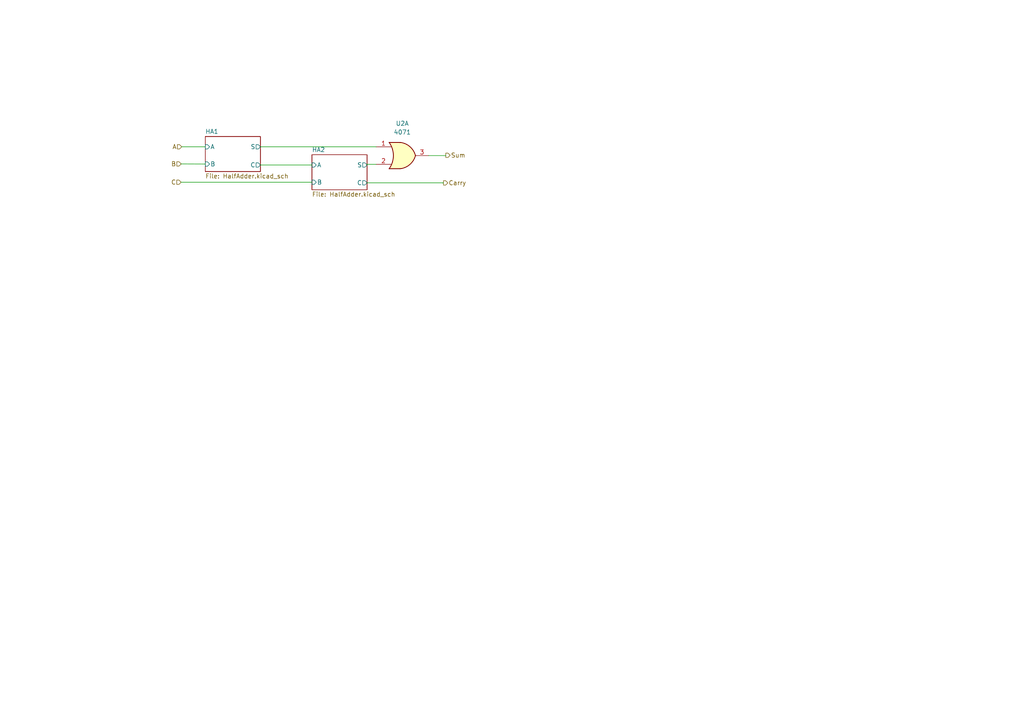
<source format=kicad_sch>
(kicad_sch (version 20231120) (generator "eeschema") (generator_version "8.0")
  (paper "A4")
  (lib_symbols
    (symbol "4xxx:4071" (pin_names (offset 1.016))
      (property "Reference" "U" (at 0 1.27 0))
      (property "Value" "4071" (at 0 -1.27 0))
      (symbol "4071_1_1"
        (arc (start -3.81 -3.81) (mid -2.589 0) (end -3.81 3.81) (stroke (width 0.254)))
        (arc (start -0.6096 -3.81) (mid 2.1842 -2.5851) (end 3.81 0) (stroke (width 0.254)) (fill (type background)))
        (polyline (pts (xy -3.81 -3.81) (xy -0.635 -3.81)) (stroke (width 0.254)) (fill (type background)))
        (polyline (pts (xy -3.81 3.81) (xy -0.635 3.81)) (stroke (width 0.254)) (fill (type background)))
        (polyline (pts (xy -0.635 3.81) (xy -3.81 3.81) (xy -3.81 3.81) (xy -3.556 3.4036) (xy -3.0226 2.2606) (xy -2.6924 1.0414) (xy -2.6162 -0.254) (xy -2.7686 -1.4986) (xy -3.175 -2.7178) (xy -3.81 -3.81) (xy -3.81 -3.81) (xy -0.635 -3.81)) (stroke (width -25.4)) (fill (type background)))
        (arc (start 3.81 0) (mid 2.1915 2.5936) (end -0.6096 3.81) (stroke (width 0.254)) (fill (type background)))
        (pin input line (at -7.62 2.54 0) (length 4.318) (name "~") (number "1"))
        (pin input line (at -7.62 -2.54 0) (length 4.318) (name "~") (number "2"))
        (pin output line (at 7.62 0 180) (length 3.81) (name "~") (number "3"))
      )
      (symbol "4071_1_2"
        (arc (start 0 -3.81) (mid 3.7934 0) (end 0 3.81) (stroke (width 0.254)) (fill (type background)))
        (polyline (pts (xy 0 3.81) (xy -3.81 3.81) (xy -3.81 -3.81) (xy 0 -3.81)) (stroke (width 0.254)) (fill (type background)))
        (pin input inverted (at -7.62 2.54 0) (length 3.81) (name "~") (number "1"))
        (pin input inverted (at -7.62 -2.54 0) (length 3.81) (name "~") (number "2"))
        (pin output inverted (at 7.62 0 180) (length 3.81) (name "~") (number "3"))
      )
      (symbol "4071_2_1"
        (arc (start -3.81 -3.81) (mid -2.589 0) (end -3.81 3.81) (stroke (width 0.254)))
        (arc (start -0.6096 -3.81) (mid 2.1842 -2.5851) (end 3.81 0) (stroke (width 0.254)) (fill (type background)))
        (polyline (pts (xy -3.81 -3.81) (xy -0.635 -3.81)) (stroke (width 0.254)) (fill (type background)))
        (polyline (pts (xy -3.81 3.81) (xy -0.635 3.81)) (stroke (width 0.254)) (fill (type background)))
        (polyline (pts (xy -0.635 3.81) (xy -3.81 3.81) (xy -3.81 3.81) (xy -3.556 3.4036) (xy -3.0226 2.2606) (xy -2.6924 1.0414) (xy -2.6162 -0.254) (xy -2.7686 -1.4986) (xy -3.175 -2.7178) (xy -3.81 -3.81) (xy -3.81 -3.81) (xy -0.635 -3.81)) (stroke (width -25.4)) (fill (type background)))
        (arc (start 3.81 0) (mid 2.1915 2.5936) (end -0.6096 3.81) (stroke (width 0.254)) (fill (type background)))
        (pin output line (at 7.62 0 180) (length 3.81) (name "~") (number "4"))
        (pin input line (at -7.62 2.54 0) (length 4.318) (name "~") (number "5"))
        (pin input line (at -7.62 -2.54 0) (length 4.318) (name "~") (number "6"))
      )
      (symbol "4071_2_2"
        (arc (start 0 -3.81) (mid 3.7934 0) (end 0 3.81) (stroke (width 0.254)) (fill (type background)))
        (polyline (pts (xy 0 3.81) (xy -3.81 3.81) (xy -3.81 -3.81) (xy 0 -3.81)) (stroke (width 0.254)) (fill (type background)))
        (pin output inverted (at 7.62 0 180) (length 3.81) (name "~") (number "4"))
        (pin input inverted (at -7.62 2.54 0) (length 3.81) (name "~") (number "5"))
        (pin input inverted (at -7.62 -2.54 0) (length 3.81) (name "~") (number "6"))
      )
      (symbol "4071_3_1"
        (arc (start -3.81 -3.81) (mid -2.589 0) (end -3.81 3.81) (stroke (width 0.254)))
        (arc (start -0.6096 -3.81) (mid 2.1842 -2.5851) (end 3.81 0) (stroke (width 0.254)) (fill (type background)))
        (polyline (pts (xy -3.81 -3.81) (xy -0.635 -3.81)) (stroke (width 0.254)) (fill (type background)))
        (polyline (pts (xy -3.81 3.81) (xy -0.635 3.81)) (stroke (width 0.254)) (fill (type background)))
        (polyline (pts (xy -0.635 3.81) (xy -3.81 3.81) (xy -3.81 3.81) (xy -3.556 3.4036) (xy -3.0226 2.2606) (xy -2.6924 1.0414) (xy -2.6162 -0.254) (xy -2.7686 -1.4986) (xy -3.175 -2.7178) (xy -3.81 -3.81) (xy -3.81 -3.81) (xy -0.635 -3.81)) (stroke (width -25.4)) (fill (type background)))
        (arc (start 3.81 0) (mid 2.1915 2.5936) (end -0.6096 3.81) (stroke (width 0.254)) (fill (type background)))
        (pin output line (at 7.62 0 180) (length 3.81) (name "~") (number "10"))
        (pin input line (at -7.62 2.54 0) (length 4.318) (name "~") (number "8"))
        (pin input line (at -7.62 -2.54 0) (length 4.318) (name "~") (number "9"))
      )
      (symbol "4071_3_2"
        (arc (start 0 -3.81) (mid 3.7934 0) (end 0 3.81) (stroke (width 0.254)) (fill (type background)))
        (polyline (pts (xy 0 3.81) (xy -3.81 3.81) (xy -3.81 -3.81) (xy 0 -3.81)) (stroke (width 0.254)) (fill (type background)))
        (pin output inverted (at 7.62 0 180) (length 3.81) (name "~") (number "10"))
        (pin input inverted (at -7.62 2.54 0) (length 3.81) (name "~") (number "8"))
        (pin input inverted (at -7.62 -2.54 0) (length 3.81) (name "~") (number "9"))
      )
      (symbol "4071_4_1"
        (arc (start -3.81 -3.81) (mid -2.589 0) (end -3.81 3.81) (stroke (width 0.254)))
        (arc (start -0.6096 -3.81) (mid 2.1842 -2.5851) (end 3.81 0) (stroke (width 0.254)) (fill (type background)))
        (polyline (pts (xy -3.81 -3.81) (xy -0.635 -3.81)) (stroke (width 0.254)) (fill (type background)))
        (polyline (pts (xy -3.81 3.81) (xy -0.635 3.81)) (stroke (width 0.254)) (fill (type background)))
        (polyline (pts (xy -0.635 3.81) (xy -3.81 3.81) (xy -3.81 3.81) (xy -3.556 3.4036) (xy -3.0226 2.2606) (xy -2.6924 1.0414) (xy -2.6162 -0.254) (xy -2.7686 -1.4986) (xy -3.175 -2.7178) (xy -3.81 -3.81) (xy -3.81 -3.81) (xy -0.635 -3.81)) (stroke (width -25.4)) (fill (type background)))
        (arc (start 3.81 0) (mid 2.1915 2.5936) (end -0.6096 3.81) (stroke (width 0.254)) (fill (type background)))
        (pin output line (at 7.62 0 180) (length 3.81) (name "~") (number "11"))
        (pin input line (at -7.62 2.54 0) (length 4.318) (name "~") (number "12"))
        (pin input line (at -7.62 -2.54 0) (length 4.318) (name "~") (number "13"))
      )
      (symbol "4071_4_2"
        (arc (start 0 -3.81) (mid 3.7934 0) (end 0 3.81) (stroke (width 0.254)) (fill (type background)))
        (polyline (pts (xy 0 3.81) (xy -3.81 3.81) (xy -3.81 -3.81) (xy 0 -3.81)) (stroke (width 0.254)) (fill (type background)))
        (pin output inverted (at 7.62 0 180) (length 3.81) (name "~") (number "11"))
        (pin input inverted (at -7.62 2.54 0) (length 3.81) (name "~") (number "12"))
        (pin input inverted (at -7.62 -2.54 0) (length 3.81) (name "~") (number "13"))
      )
      (symbol "4071_5_0"
        (pin power_in line (at 0 12.7 270) (length 5.08) (name "VDD") (number "14"))
        (pin power_in line (at 0 -12.7 90) (length 5.08) (name "VSS") (number "7"))
      )
      (symbol "4071_5_1"
        (rectangle (start -5.08 7.62) (end 5.08 -7.62) (stroke (width 0.254)) (fill (type background)))
      )
    )
  )
  (wire (pts (xy 59.537 47.5767) (xy 52.5528 47.5434)))
  (wire (pts (xy 75.5354 42.5775) (xy 109.067 42.5775)))
  (wire (pts (xy 128.4566 53.0522) (xy 128.6241 53.0522)))
  (wire (pts (xy 52.7091 42.5775) (xy 59.537 42.5775)))
  (wire (pts (xy 129.294 45.1252) (xy 129.294 45.0415)))
  (wire (pts (xy 109.067 42.5775) (xy 109.067 42.5852)))
  (wire (pts (xy 106.4709 47.6652) (xy 106.4709 47.8559)))
  (wire (pts (xy 124.307 45.1252) (xy 129.294 45.1252)))
  (wire (pts (xy 128.4566 53.026) (xy 128.4566 53.0522)))
  (wire (pts (xy 106.4709 53.026) (xy 128.4566 53.026)))
  (wire (pts (xy 75.5354 47.8559) (xy 90.4725 47.8559)))
  (wire (pts (xy 109.067 47.6652) (xy 106.4709 47.6652)))
  (wire (pts (xy 90.4725 52.8551) (xy 52.5362 52.8551)))
  (hierarchical_label "Sum" (shape output) (at 129.294 45.0415 0))
  (hierarchical_label "A" (shape input) (at 52.7091 42.5775 180))
  (hierarchical_label "B" (shape input) (at 52.5528 47.5434 180))
  (hierarchical_label "Carry" (shape output) (at 128.6241 53.0522 0))
  (hierarchical_label "C" (shape input) (at 52.5362 52.8551 180))
  (symbol (lib_id "4xxx:4071") (at 116.687 45.1252 0) (unit 1)
    (property "Reference" "U1" (at 116.687 35.8048 0))
    (property "Value" "4071" (at 116.687 38.3448 0))
    (property "Datasheet" "http://www.intersil.com/content/dam/Intersil/documents/cd40/cd4071bms-72bms-75bms.pdf" (effects (hide yes)))
    (property "Description" "Quad Or 2 inputs" (effects (hide yes)))
    (instances (project "" (path "" (reference "U2") (unit 1)) (path "" (reference "U1") (unit 1)) (path "" (reference "U16") (unit 1)) (path "" (reference "U11") (unit 1))))
  )
  (sheet (at 90.4725 44.8805) (size 15.9984 10.16) (stroke (width 0.1524))
    (property "Sheetname" "HA2" (at 90.4725 44.1689 0) (effects (justify left bottom)))
    (property "Sheetfile" "HalfAdder.kicad_sch" (at 90.4725 55.6251 0) (effects (justify left top)))
    (pin "S" output (at 106.4709 47.8559 0))
    (pin "C" output (at 106.4709 53.026 0))
    (pin "A" input (at 90.4725 47.8559 180))
    (pin "B" input (at 90.4725 52.8551 180))
  )
  (sheet (at 59.537 39.6021) (size 15.9984 10.16) (stroke (width 0.1524))
    (property "Sheetname" "HA1" (at 59.537 38.8905 0) (effects (justify left bottom)))
    (property "Sheetfile" "HalfAdder.kicad_sch" (at 59.537 50.3467 0) (effects (justify left top)))
    (pin "S" output (at 75.5354 42.5775 0))
    (pin "C" output (at 75.5354 47.8559 0))
    (pin "A" input (at 59.537 42.5775 180))
    (pin "B" input (at 59.537 47.5767 180))
  )
)
</source>
